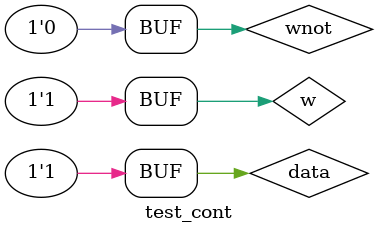
<source format=v>
module jkff ( output q, output qnot,
 input    j, input    k, input clk ); 
reg q, qnot; 
 
always @( posedge clk ) 
begin 
    if ( j & ~k ) 
     begin 
      q <= 1;   qnot <= 0; 
     end 
    else 
      if ( ~j & k ) 
       begin 
        q <= 0;   qnot <= 1; 
       end 
      else 
        if ( j & k ) 
         begin 
          q <= ~q;   qnot <= ~qnot; 
         end 
end 
 
endmodule // jkff

module clock ( clk ); 
 output clk; 
 reg      clk; 
 
 initial 
  begin 
   clk = 1'b0; 
  end 
 
 always 
  begin 
   #12 clk = ~clk; 
  end 
 
endmodule // clock ( )



module test_cont; 
// ------------------------- definir dados 
      reg data;
      wire clk,q0,qnot0,q1,qnot1,q2,qnot2,q3,qnot3,q4,qnot4,w,wnot;
		
		clock CLK1(clk);
		
		or OR1(w,data,q0);
		not NOT1(wnot,w);
		jkff JKFF1(q4,qnot4,w,wnot,clk);
		jkff JKFF2(q3,qnot3,q4,qnot4,clk);
		jkff JKFF3(q2,qnot2,q3,qnot3,clk);
		jkff JKFF4(q1,qnot1,q2,qnot2,clk);
		jkff JKFF5(q0,qnot0,q1,qnot1,clk);

// ------------------------- parte principal
 initial begin 
      $display("Exercicio6 - Gustavo Barbosa - 427410");
      $display("Test Shift Register"); 
		$display("qnot0 qnot1 qnot2 qnot3 qnot4");
 
      $monitor("%1b %1b %1b %1b %1b",qnot0,qnot1,qnot2,qnot3,qnot4);
      
      #12 data = 1'b1;
 
 end 
 
endmodule // test_cont

</source>
